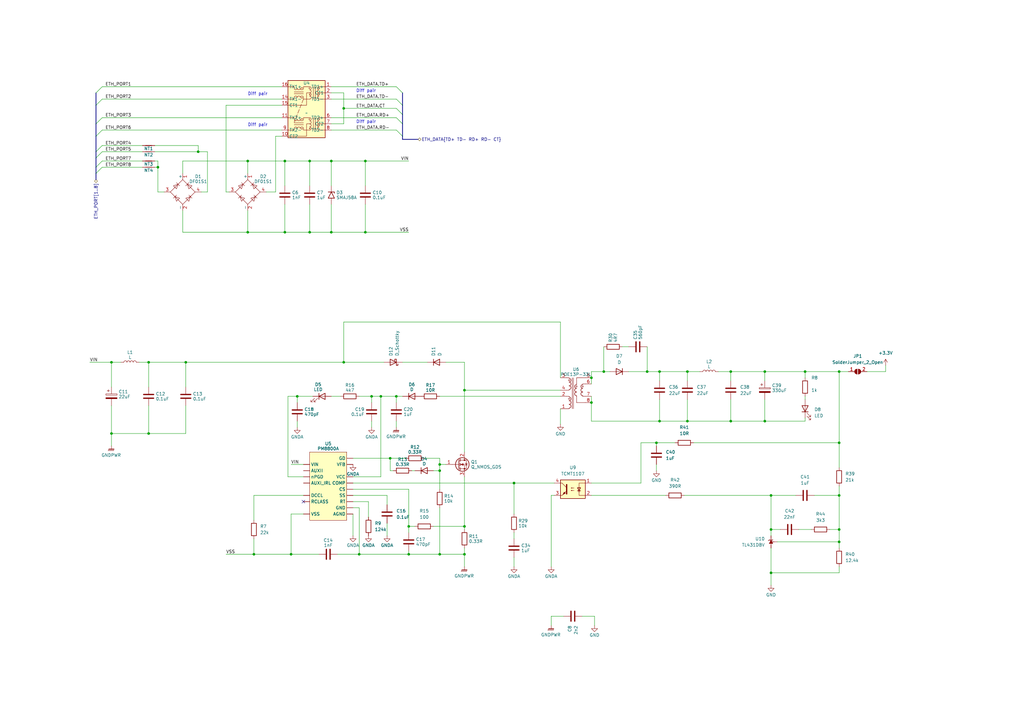
<source format=kicad_sch>
(kicad_sch (version 20230121) (generator eeschema)
  (paper "A3")
  (lib_symbols
    (symbol "Device:C" (pin_numbers hide) (pin_names (offset 0.254))
      (property "Reference" "C" (at 0.635 2.54 0))
      (property "Value" "C" (at 0.635 -2.54 0))
      (symbol "C_1_1"
        (pin passive line (at 0 3.81 270) (length 2.794) (name "~") (number "1"))
        (pin passive line (at 0 -3.81 90) (length 2.794) (name "~") (number "2"))
      )
    )
    (symbol "Device:C_Polarized" (pin_numbers hide) (pin_names (offset 0.254))
      (property "Reference" "C" (at 0.635 2.54 0))
      (property "Value" "C_Polarized" (at 0.635 -2.54 0))
      (symbol "C_Polarized_1_1"
        (pin passive line (at 0 3.81 270) (length 2.794) (name "~") (number "1"))
        (pin passive line (at 0 -3.81 90) (length 2.794) (name "~") (number "2"))
      )
    )
    (symbol "Device:D" (pin_numbers hide) (pin_names (offset 1.016) hide)
      (property "Reference" "D" (at 0 2.54 0))
      (property "Value" "D" (at 0 -2.54 0))
      (symbol "D_1_1"
        (pin passive line (at -3.81 0 0) (length 2.54) (name "K") (number "1"))
        (pin passive line (at 3.81 0 180) (length 2.54) (name "A") (number "2"))
      )
    )
    (symbol "Device:D_Schottky" (pin_numbers hide) (pin_names (offset 1.016) hide)
      (property "Reference" "D" (at 0 2.54 0))
      (property "Value" "D_Schottky" (at 0 -2.54 0))
      (symbol "D_Schottky_1_1"
        (pin passive line (at -3.81 0 0) (length 2.54) (name "K") (number "1"))
        (pin passive line (at 3.81 0 180) (length 2.54) (name "A") (number "2"))
      )
    )
    (symbol "Device:L" (pin_numbers hide) (pin_names (offset 1.016) hide)
      (property "Reference" "L" (at -1.27 0 90))
      (property "Value" "L" (at 1.905 0 90))
      (symbol "L_1_1"
        (pin passive line (at 0 3.81 270) (length 1.27) (name "1") (number "1"))
        (pin passive line (at 0 -3.81 90) (length 1.27) (name "2") (number "2"))
      )
    )
    (symbol "Device:LED" (pin_numbers hide) (pin_names (offset 1.016) hide)
      (property "Reference" "D" (at 0 2.54 0))
      (property "Value" "LED" (at 0 -2.54 0))
      (symbol "LED_1_1"
        (pin passive line (at -3.81 0 0) (length 2.54) (name "K") (number "1"))
        (pin passive line (at 3.81 0 180) (length 2.54) (name "A") (number "2"))
      )
    )
    (symbol "Device:NetTie_2" (pin_numbers hide) (pin_names (offset 0) hide) (in_bom no)
      (property "Reference" "NT" (at 0 1.27 0))
      (property "Value" "NetTie_2" (at 0 -1.27 0))
      (symbol "NetTie_2_1_1"
        (pin passive line (at -2.54 0 0) (length 2.54) (name "1") (number "1"))
        (pin passive line (at 2.54 0 180) (length 2.54) (name "2") (number "2"))
      )
    )
    (symbol "Device:Q_NMOS_GDS" (pin_names (offset 0) hide)
      (property "Reference" "Q" (at 5.08 1.27 0))
      (property "Value" "Q_NMOS_GDS" (at 5.08 -1.27 0))
      (symbol "Q_NMOS_GDS_1_1"
        (pin input line (at -5.08 0 0) (length 2.54) (name "G") (number "1"))
        (pin passive line (at 2.54 5.08 270) (length 2.54) (name "D") (number "2"))
        (pin passive line (at 2.54 -5.08 90) (length 2.54) (name "S") (number "3"))
      )
    )
    (symbol "Device:R" (pin_numbers hide) (pin_names (offset 0))
      (property "Reference" "R" (at 2.032 0 90))
      (property "Value" "R" (at 0 0 90))
      (symbol "R_1_1"
        (pin passive line (at 0 3.81 270) (length 1.27) (name "~") (number "1"))
        (pin passive line (at 0 -3.81 90) (length 1.27) (name "~") (number "2"))
      )
    )
    (symbol "Diode:SMAJ58A" (pin_numbers hide) (pin_names (offset 1.016) hide)
      (property "Reference" "D" (at 0 2.54 0))
      (property "Value" "SMAJ58A" (at 0 -2.54 0))
      (symbol "SMAJ58A_1_1"
        (pin passive line (at -3.81 0 0) (length 2.54) (name "A1") (number "1"))
        (pin passive line (at 3.81 0 180) (length 2.54) (name "A2") (number "2"))
      )
    )
    (symbol "Diode_Bridge:DF01S1" (pin_names (offset 0))
      (property "Reference" "D" (at 2.54 6.985 0))
      (property "Value" "DF01S1" (at 2.54 5.08 0))
      (symbol "DF01S1_1_1"
        (pin passive line (at 7.62 0 180) (length 2.54) (name "+") (number "1"))
        (pin passive line (at -7.62 0 0) (length 2.54) (name "-") (number "2"))
        (pin passive line (at 0 -7.62 90) (length 2.54) (name "~") (number "3"))
        (pin passive line (at 0 7.62 270) (length 2.54) (name "~") (number "4"))
      )
    )
    (symbol "Isolator:TCMT1107" (pin_names (offset 1.016))
      (property "Reference" "U" (at 0 5.08 0))
      (property "Value" "TCMT1107" (at 0 -5.08 0))
      (symbol "TCMT1107_1_1"
        (pin passive line (at -7.62 2.54 0) (length 2.54) (name "~") (number "1"))
        (pin passive line (at -7.62 -2.54 0) (length 2.54) (name "~") (number "2"))
        (pin passive line (at 7.62 -2.54 180) (length 2.54) (name "~") (number "3"))
        (pin passive line (at 7.62 2.54 180) (length 2.54) (name "~") (number "4"))
      )
    )
    (symbol "Jumper:SolderJumper_2_Open" (pin_names (offset 0) hide)
      (property "Reference" "JP" (at 0 2.032 0))
      (property "Value" "SolderJumper_2_Open" (at 0 -2.54 0))
      (symbol "SolderJumper_2_Open_1_1"
        (pin passive line (at -3.81 0 0) (length 2.54) (name "A") (number "1"))
        (pin passive line (at 3.81 0 180) (length 2.54) (name "B") (number "2"))
      )
    )
    (symbol "New_Library:PM8800A"
      (property "Reference" "U" (at -7.62 15.24 0))
      (property "Value" "PM8800A" (at -7.62 12.7 0))
      (symbol "PM8800A_1_1"
        (pin passive line (at 10.16 -15.24 180) (length 2.54) (name "AGND") (number ""))
        (pin passive line (at -10.16 2.54 0) (length 2.54) (name "AUXII") (number ""))
        (pin passive line (at -10.16 -2.54 0) (length 2.54) (name "AUXI_IRL") (number ""))
        (pin passive line (at 10.16 -2.54 180) (length 2.54) (name "COMP") (number ""))
        (pin passive line (at 10.16 -5.08 180) (length 2.54) (name "CS") (number ""))
        (pin passive line (at -10.16 -7.62 0) (length 2.54) (name "DCCL") (number ""))
        (pin passive line (at 10.16 7.62 180) (length 2.54) (name "GD") (number ""))
        (pin passive line (at 10.16 -12.7 180) (length 2.54) (name "GND") (number ""))
        (pin passive line (at -10.16 -10.16 0) (length 2.54) (name "RCLASS") (number ""))
        (pin passive line (at 10.16 -10.16 180) (length 2.54) (name "RT") (number ""))
        (pin passive line (at 10.16 -7.62 180) (length 2.54) (name "SS") (number ""))
        (pin passive line (at 10.16 0 180) (length 2.54) (name "VCC") (number ""))
        (pin passive line (at 10.16 5.08 180) (length 2.54) (name "VFB") (number ""))
        (pin passive line (at -10.16 5.08 0) (length 2.54) (name "VIN") (number ""))
        (pin passive line (at -10.16 -15.24 0) (length 2.54) (name "VSS") (number ""))
        (pin passive line (at -10.16 0 0) (length 2.54) (name "nPGD") (number ""))
      )
    )
    (symbol "New_Library:POE13P-33L"
      (property "Reference" "U" (at -2.54 10.16 0))
      (property "Value" "POE13P-33L" (at 2.54 7.62 0))
      (symbol "POE13P-33L_1_1"
        (pin passive line (at -5.08 -7.62 0) (length 2.54) (name "~") (number "1"))
        (pin passive line (at -5.08 -2.54 0) (length 2.54) (name "~") (number "2"))
        (pin passive line (at -5.08 5.08 0) (length 2.54) (name "~") (number "3"))
        (pin passive line (at -5.08 0 0) (length 2.54) (name "~") (number "4"))
        (pin passive line (at 7.62 5.08 180) (length 2.54) (name "~") (number "5"))
        (pin passive line (at 7.62 2.54 180) (length 2.54) (name "~") (number "6"))
        (pin passive line (at 7.62 -2.54 180) (length 2.54) (name "~") (number "7"))
        (pin passive line (at 7.62 -5.08 180) (length 2.54) (name "~") (number "8"))
      )
    )
    (symbol "New_Library:SM13126PEL"
      (property "Reference" "U" (at 0 -0.635 0))
      (symbol "SM13126PEL_1_1"
        (pin passive line (at -10.16 10.16 0) (length 2.54) (name "TD1+") (number "1"))
        (pin passive line (at 10.16 -10.16 180) (length 2.54) (name "CT2") (number "10"))
        (pin passive line (at 10.16 -2.54 180) (length 2.54) (name "TX2+") (number "11"))
        (pin passive line (at 10.16 5.08 180) (length 2.54) (name "TX1-") (number "14"))
        (pin passive line (at 10.16 2.54 180) (length 2.54) (name "CT1") (number "15"))
        (pin passive line (at 10.16 10.16 180) (length 2.54) (name "TX1+") (number "16"))
        (pin passive line (at -10.16 7.62 0) (length 2.54) (name "CT1") (number "2"))
        (pin passive line (at -10.16 5.08 0) (length 2.54) (name "TD1-") (number "3"))
        (pin passive line (at -10.16 -2.54 0) (length 2.54) (name "TD2+") (number "6"))
        (pin passive line (at -10.16 -5.08 0) (length 2.54) (name "CT2") (number "7"))
        (pin passive line (at -10.16 -7.62 0) (length 2.54) (name "TD2-") (number "8"))
        (pin passive line (at 10.16 -7.62 180) (length 2.54) (name "TX2-") (number "9"))
      )
    )
    (symbol "Reference_Voltage:TL431DBV" (pin_numbers hide) (pin_names hide)
      (property "Reference" "U" (at 0 -2.54 0))
      (property "Value" "TL431DBV" (at 0 -4.445 0))
      (symbol "TL431DBV_1_1"
        (pin passive line (at 2.54 0 180) (length 1.27) (name "K") (number "3"))
        (pin passive line (at 0 2.54 270) (length 2.54) (name "REF") (number "4"))
        (pin passive line (at -2.54 0 0) (length 1.27) (name "A") (number "5"))
      )
    )
    (symbol "power:+3.3V" (power) (pin_names (offset 0))
      (property "Value" "+3.3V" (at 0 3.556 0))
      (symbol "+3.3V_1_1"
        (pin power_in line (at 0 0 90) (length 0) hide (name "+3.3V") (number "1"))
      )
    )
    (symbol "power:GND" (power) (pin_names (offset 0))
      (property "Value" "GND" (at 0 -3.81 0))
      (symbol "GND_1_1"
        (pin power_in line (at 0 0 270) (length 0) hide (name "GND") (number "1"))
      )
    )
    (symbol "power:GNDA" (power) (pin_names (offset 0))
      (property "Value" "GNDA" (at 0 -3.81 0))
      (symbol "GNDA_1_1"
        (pin power_in line (at 0 0 270) (length 0) hide (name "GNDA") (number "1"))
      )
    )
    (symbol "power:GNDPWR" (power) (pin_names (offset 0))
      (property "Value" "GNDPWR" (at 0 -3.302 0))
      (symbol "GNDPWR_1_1"
        (pin power_in line (at 0 0 270) (length 0) hide (name "GNDPWR") (number "1"))
      )
    )
  )
  (junction (at 45.72 177.8))
  (junction (at 81.28 62.23))
  (junction (at 180.34 227.33))
  (junction (at 330.2 152.4))
  (junction (at 160.02 187.96))
  (junction (at 127 95.25))
  (junction (at 190.5 160.02))
  (junction (at 147.32 227.33))
  (junction (at 316.23 203.2))
  (junction (at 190.5 215.9))
  (junction (at 299.72 152.4))
  (junction (at 344.17 181.61))
  (junction (at 140.97 148.59))
  (junction (at 104.14 227.33))
  (junction (at 162.56 162.56))
  (junction (at 135.89 95.25))
  (junction (at 116.84 95.25))
  (junction (at 101.6 95.25))
  (junction (at 344.17 222.25))
  (junction (at 210.82 198.12))
  (junction (at 156.21 162.56))
  (junction (at 135.89 66.04))
  (junction (at 121.92 162.56))
  (junction (at 265.43 152.4))
  (junction (at 313.69 172.72))
  (junction (at 316.23 217.17))
  (junction (at 60.96 148.59))
  (junction (at 344.17 203.2))
  (junction (at 270.51 172.72))
  (junction (at 313.69 152.4))
  (junction (at 127 66.04))
  (junction (at 45.72 148.59))
  (junction (at 242.57 154.94))
  (junction (at 76.2 148.59))
  (junction (at 180.34 190.5))
  (junction (at 149.86 95.25))
  (junction (at 281.94 152.4))
  (junction (at 119.38 227.33))
  (junction (at 116.84 66.04))
  (junction (at 101.6 66.04))
  (junction (at 167.64 215.9))
  (junction (at 269.24 181.61))
  (junction (at 64.77 68.58))
  (junction (at 281.94 172.72))
  (junction (at 344.17 152.4))
  (junction (at 242.57 165.1))
  (junction (at 270.51 152.4))
  (junction (at 180.34 193.04))
  (junction (at 316.23 234.95))
  (junction (at 167.64 227.33))
  (junction (at 140.97 44.45))
  (junction (at 344.17 217.17))
  (junction (at 299.72 172.72))
  (junction (at 149.86 66.04))
  (junction (at 247.65 152.4))
  (junction (at 60.96 177.8))
  (junction (at 152.4 162.56))
  (junction (at 190.5 227.33))
  (no_connect (at 124.46 205.74))
  (bus_entry (at 162.56 44.45) (size 2.54 2.54))
  (bus_entry (at 162.56 53.34) (size 2.54 2.54))
  (bus_entry (at 41.91 68.58) (size -2.54 2.54))
  (bus_entry (at 162.56 48.26) (size 2.54 2.54))
  (bus_entry (at 41.91 66.04) (size -2.54 2.54))
  (bus_entry (at 41.91 40.64) (size -2.54 2.54))
  (bus_entry (at 162.56 35.56) (size 2.54 2.54))
  (bus_entry (at 41.91 35.56) (size -2.54 2.54))
  (bus_entry (at 41.91 53.34) (size -2.54 2.54))
  (bus_entry (at 162.56 40.64) (size 2.54 2.54))
  (bus_entry (at 41.91 59.69) (size -2.54 2.54))
  (bus_entry (at 41.91 62.23) (size -2.54 2.54))
  (bus_entry (at 41.91 48.26) (size -2.54 2.54))
  (wire (pts (xy 41.91 40.64) (xy 115.57 40.64)))
  (wire (pts (xy 101.6 95.25) (xy 116.84 95.25)))
  (wire (pts (xy 182.88 148.59) (xy 190.5 148.59)))
  (wire (pts (xy 281.94 163.83) (xy 281.94 172.72)))
  (wire (pts (xy 242.57 162.56) (xy 242.57 165.1)))
  (wire (pts (xy 152.4 162.56) (xy 156.21 162.56)))
  (wire (pts (xy 149.86 95.25) (xy 167.64 95.25)))
  (wire (pts (xy 41.91 53.34) (xy 115.57 53.34)))
  (wire (pts (xy 299.72 152.4) (xy 294.64 152.4)))
  (wire (pts (xy 190.5 160.02) (xy 190.5 185.42)))
  (wire (pts (xy 262.89 198.12) (xy 262.89 181.61)))
  (wire (pts (xy 363.22 149.86) (xy 363.22 152.4)))
  (wire (pts (xy 247.65 152.4) (xy 250.19 152.4)))
  (wire (pts (xy 41.91 62.23) (xy 58.42 62.23)))
  (wire (pts (xy 113.03 55.88) (xy 113.03 78.74)))
  (wire (pts (xy 210.82 198.12) (xy 210.82 210.82)))
  (wire (pts (xy 139.7 162.56) (xy 135.89 162.56)))
  (wire (pts (xy 344.17 203.2) (xy 344.17 217.17)))
  (wire (pts (xy 74.93 86.36) (xy 74.93 95.25)))
  (wire (pts (xy 247.65 142.24) (xy 247.65 152.4)))
  (wire (pts (xy 166.37 187.96) (xy 160.02 187.96)))
  (wire (pts (xy 180.34 208.28) (xy 180.34 227.33)))
  (wire (pts (xy 269.24 193.04) (xy 269.24 190.5)))
  (wire (pts (xy 229.87 132.08) (xy 229.87 154.94)))
  (wire (pts (xy 85.09 62.23) (xy 85.09 78.74)))
  (wire (pts (xy 45.72 158.75) (xy 45.72 148.59)))
  (wire (pts (xy 316.23 203.2) (xy 326.39 203.2)))
  (wire (pts (xy 210.82 228.6) (xy 210.82 232.41)))
  (wire (pts (xy 167.64 215.9) (xy 167.64 200.66)))
  (wire (pts (xy 57.15 148.59) (xy 60.96 148.59)))
  (wire (pts (xy 344.17 232.41) (xy 344.17 234.95)))
  (wire (pts (xy 76.2 166.37) (xy 76.2 177.8)))
  (wire (pts (xy 265.43 142.24) (xy 265.43 152.4)))
  (bus (pts (xy 39.37 73.66) (xy 39.37 71.12)))
  (bus (pts (xy 165.1 50.8) (xy 165.1 55.88)))
  (wire (pts (xy 116.84 83.82) (xy 116.84 95.25)))
  (wire (pts (xy 158.75 203.2) (xy 158.75 207.01)))
  (wire (pts (xy 316.23 203.2) (xy 316.23 217.17)))
  (wire (pts (xy 180.34 187.96) (xy 173.99 187.96)))
  (wire (pts (xy 144.78 187.96) (xy 160.02 187.96)))
  (wire (pts (xy 124.46 203.2) (xy 104.14 203.2)))
  (wire (pts (xy 180.34 190.5) (xy 180.34 187.96)))
  (wire (pts (xy 135.89 66.04) (xy 135.89 76.2)))
  (bus (pts (xy 165.1 57.15) (xy 171.45 57.15)))
  (wire (pts (xy 270.51 172.72) (xy 281.94 172.72)))
  (wire (pts (xy 41.91 68.58) (xy 58.42 68.58)))
  (wire (pts (xy 151.13 205.74) (xy 151.13 212.09)))
  (wire (pts (xy 60.96 148.59) (xy 76.2 148.59)))
  (wire (pts (xy 135.89 53.34) (xy 162.56 53.34)))
  (wire (pts (xy 64.77 68.58) (xy 64.77 66.04)))
  (wire (pts (xy 340.36 217.17) (xy 344.17 217.17)))
  (wire (pts (xy 135.89 40.64) (xy 162.56 40.64)))
  (wire (pts (xy 330.2 152.4) (xy 330.2 154.94)))
  (wire (pts (xy 119.38 190.5) (xy 124.46 190.5)))
  (wire (pts (xy 127 83.82) (xy 127 95.25)))
  (bus (pts (xy 165.1 46.99) (xy 165.1 50.8)))
  (wire (pts (xy 190.5 232.41) (xy 190.5 227.33)))
  (wire (pts (xy 160.02 193.04) (xy 161.29 193.04)))
  (wire (pts (xy 167.64 200.66) (xy 144.78 200.66)))
  (wire (pts (xy 140.97 44.45) (xy 162.56 44.45)))
  (wire (pts (xy 135.89 48.26) (xy 162.56 48.26)))
  (wire (pts (xy 128.27 162.56) (xy 121.92 162.56)))
  (wire (pts (xy 330.2 152.4) (xy 344.17 152.4)))
  (wire (pts (xy 135.89 83.82) (xy 135.89 95.25)))
  (wire (pts (xy 190.5 148.59) (xy 190.5 160.02)))
  (wire (pts (xy 63.5 68.58) (xy 64.77 68.58)))
  (wire (pts (xy 156.21 162.56) (xy 156.21 195.58)))
  (wire (pts (xy 190.5 224.79) (xy 190.5 227.33)))
  (wire (pts (xy 180.34 162.56) (xy 229.87 162.56)))
  (wire (pts (xy 116.84 95.25) (xy 127 95.25)))
  (wire (pts (xy 226.06 203.2) (xy 227.33 203.2)))
  (bus (pts (xy 165.1 43.18) (xy 165.1 46.99)))
  (wire (pts (xy 140.97 44.45) (xy 140.97 50.8)))
  (wire (pts (xy 242.57 152.4) (xy 247.65 152.4)))
  (wire (pts (xy 316.23 224.79) (xy 316.23 234.95)))
  (wire (pts (xy 144.78 203.2) (xy 158.75 203.2)))
  (wire (pts (xy 226.06 252.73) (xy 231.14 252.73)))
  (wire (pts (xy 327.66 217.17) (xy 332.74 217.17)))
  (wire (pts (xy 242.57 154.94) (xy 242.57 157.48)))
  (wire (pts (xy 121.92 162.56) (xy 121.92 165.1)))
  (wire (pts (xy 144.78 208.28) (xy 147.32 208.28)))
  (wire (pts (xy 76.2 148.59) (xy 140.97 148.59)))
  (wire (pts (xy 101.6 86.36) (xy 101.6 95.25)))
  (wire (pts (xy 144.78 205.74) (xy 151.13 205.74)))
  (wire (pts (xy 180.34 193.04) (xy 180.34 200.66)))
  (wire (pts (xy 313.69 152.4) (xy 299.72 152.4)))
  (wire (pts (xy 318.77 222.25) (xy 344.17 222.25)))
  (wire (pts (xy 243.84 252.73) (xy 238.76 252.73)))
  (wire (pts (xy 127 66.04) (xy 127 76.2)))
  (wire (pts (xy 64.77 78.74) (xy 67.31 78.74)))
  (wire (pts (xy 167.64 227.33) (xy 180.34 227.33)))
  (wire (pts (xy 144.78 210.82) (xy 144.78 219.71)))
  (wire (pts (xy 210.82 198.12) (xy 227.33 198.12)))
  (bus (pts (xy 39.37 43.18) (xy 39.37 50.8)))
  (wire (pts (xy 165.1 148.59) (xy 175.26 148.59)))
  (wire (pts (xy 147.32 208.28) (xy 147.32 227.33)))
  (wire (pts (xy 229.87 160.02) (xy 190.5 160.02)))
  (wire (pts (xy 226.06 203.2) (xy 226.06 232.41)))
  (wire (pts (xy 313.69 152.4) (xy 313.69 156.21)))
  (wire (pts (xy 162.56 172.72) (xy 162.56 175.26)))
  (wire (pts (xy 149.86 83.82) (xy 149.86 95.25)))
  (bus (pts (xy 165.1 38.1) (xy 165.1 43.18)))
  (wire (pts (xy 156.21 162.56) (xy 162.56 162.56)))
  (wire (pts (xy 63.5 59.69) (xy 81.28 59.69)))
  (bus (pts (xy 39.37 68.58) (xy 39.37 71.12)))
  (wire (pts (xy 144.78 198.12) (xy 210.82 198.12)))
  (wire (pts (xy 160.02 187.96) (xy 160.02 193.04)))
  (bus (pts (xy 165.1 55.88) (xy 165.1 57.15)))
  (wire (pts (xy 281.94 152.4) (xy 270.51 152.4)))
  (wire (pts (xy 135.89 66.04) (xy 149.86 66.04)))
  (wire (pts (xy 92.71 227.33) (xy 104.14 227.33)))
  (wire (pts (xy 63.5 66.04) (xy 64.77 66.04)))
  (wire (pts (xy 140.97 132.08) (xy 229.87 132.08)))
  (wire (pts (xy 152.4 175.26) (xy 152.4 172.72)))
  (wire (pts (xy 93.98 78.74) (xy 92.71 78.74)))
  (wire (pts (xy 76.2 148.59) (xy 76.2 158.75)))
  (bus (pts (xy 39.37 64.77) (xy 39.37 62.23)))
  (wire (pts (xy 281.94 152.4) (xy 281.94 156.21)))
  (wire (pts (xy 152.4 162.56) (xy 152.4 165.1)))
  (wire (pts (xy 92.71 43.18) (xy 115.57 43.18)))
  (wire (pts (xy 299.72 172.72) (xy 281.94 172.72)))
  (wire (pts (xy 41.91 48.26) (xy 115.57 48.26)))
  (wire (pts (xy 101.6 66.04) (xy 101.6 71.12)))
  (wire (pts (xy 313.69 152.4) (xy 330.2 152.4)))
  (wire (pts (xy 344.17 152.4) (xy 347.98 152.4)))
  (wire (pts (xy 210.82 218.44) (xy 210.82 220.98)))
  (wire (pts (xy 124.46 210.82) (xy 119.38 210.82)))
  (wire (pts (xy 60.96 166.37) (xy 60.96 177.8)))
  (wire (pts (xy 92.71 78.74) (xy 92.71 43.18)))
  (wire (pts (xy 344.17 222.25) (xy 344.17 224.79)))
  (wire (pts (xy 242.57 203.2) (xy 273.05 203.2)))
  (wire (pts (xy 334.01 203.2) (xy 344.17 203.2)))
  (wire (pts (xy 313.69 163.83) (xy 313.69 172.72)))
  (wire (pts (xy 242.57 152.4) (xy 242.57 154.94)))
  (wire (pts (xy 243.84 252.73) (xy 243.84 256.54)))
  (wire (pts (xy 355.6 152.4) (xy 363.22 152.4)))
  (wire (pts (xy 281.94 152.4) (xy 287.02 152.4)))
  (wire (pts (xy 255.27 142.24) (xy 257.81 142.24)))
  (wire (pts (xy 127 66.04) (xy 135.89 66.04)))
  (bus (pts (xy 39.37 55.88) (xy 39.37 50.8)))
  (wire (pts (xy 119.38 227.33) (xy 130.81 227.33)))
  (wire (pts (xy 119.38 210.82) (xy 119.38 227.33)))
  (wire (pts (xy 45.72 177.8) (xy 45.72 182.88)))
  (wire (pts (xy 299.72 152.4) (xy 299.72 156.21)))
  (wire (pts (xy 41.91 66.04) (xy 58.42 66.04)))
  (wire (pts (xy 167.64 226.06) (xy 167.64 227.33)))
  (wire (pts (xy 63.5 62.23) (xy 81.28 62.23)))
  (wire (pts (xy 45.72 148.59) (xy 49.53 148.59)))
  (wire (pts (xy 262.89 181.61) (xy 269.24 181.61)))
  (wire (pts (xy 170.18 215.9) (xy 167.64 215.9)))
  (wire (pts (xy 45.72 177.8) (xy 60.96 177.8)))
  (wire (pts (xy 168.91 193.04) (xy 170.18 193.04)))
  (wire (pts (xy 74.93 66.04) (xy 101.6 66.04)))
  (wire (pts (xy 36.83 148.59) (xy 45.72 148.59)))
  (wire (pts (xy 177.8 215.9) (xy 190.5 215.9)))
  (wire (pts (xy 330.2 163.83) (xy 330.2 162.56)))
  (wire (pts (xy 344.17 199.39) (xy 344.17 203.2)))
  (wire (pts (xy 180.34 193.04) (xy 180.34 190.5)))
  (wire (pts (xy 270.51 152.4) (xy 270.51 156.21)))
  (wire (pts (xy 299.72 163.83) (xy 299.72 172.72)))
  (wire (pts (xy 284.48 181.61) (xy 344.17 181.61)))
  (wire (pts (xy 242.57 172.72) (xy 270.51 172.72)))
  (wire (pts (xy 60.96 148.59) (xy 60.96 158.75)))
  (wire (pts (xy 140.97 38.1) (xy 140.97 44.45)))
  (wire (pts (xy 144.78 195.58) (xy 156.21 195.58)))
  (wire (pts (xy 190.5 215.9) (xy 190.5 217.17)))
  (wire (pts (xy 229.87 167.64) (xy 229.87 173.99)))
  (wire (pts (xy 81.28 62.23) (xy 81.28 59.69)))
  (wire (pts (xy 147.32 227.33) (xy 167.64 227.33)))
  (wire (pts (xy 118.11 162.56) (xy 121.92 162.56)))
  (wire (pts (xy 162.56 162.56) (xy 162.56 165.1)))
  (wire (pts (xy 135.89 38.1) (xy 140.97 38.1)))
  (wire (pts (xy 74.93 95.25) (xy 101.6 95.25)))
  (wire (pts (xy 149.86 66.04) (xy 167.64 66.04)))
  (wire (pts (xy 316.23 234.95) (xy 344.17 234.95)))
  (wire (pts (xy 104.14 203.2) (xy 104.14 213.36)))
  (wire (pts (xy 116.84 66.04) (xy 127 66.04)))
  (wire (pts (xy 182.88 190.5) (xy 180.34 190.5)))
  (wire (pts (xy 226.06 252.73) (xy 226.06 256.54)))
  (wire (pts (xy 149.86 66.04) (xy 149.86 76.2)))
  (wire (pts (xy 330.2 171.45) (xy 330.2 172.72)))
  (wire (pts (xy 242.57 198.12) (xy 262.89 198.12)))
  (wire (pts (xy 165.1 162.56) (xy 162.56 162.56)))
  (wire (pts (xy 270.51 163.83) (xy 270.51 172.72)))
  (wire (pts (xy 269.24 182.88) (xy 269.24 181.61)))
  (wire (pts (xy 138.43 227.33) (xy 147.32 227.33)))
  (wire (pts (xy 82.55 78.74) (xy 85.09 78.74)))
  (wire (pts (xy 140.97 148.59) (xy 157.48 148.59)))
  (wire (pts (xy 41.91 59.69) (xy 58.42 59.69)))
  (wire (pts (xy 280.67 203.2) (xy 316.23 203.2)))
  (wire (pts (xy 270.51 152.4) (xy 265.43 152.4)))
  (wire (pts (xy 104.14 227.33) (xy 119.38 227.33)))
  (wire (pts (xy 190.5 195.58) (xy 190.5 215.9)))
  (bus (pts (xy 39.37 62.23) (xy 39.37 55.88)))
  (wire (pts (xy 316.23 234.95) (xy 316.23 240.03)))
  (wire (pts (xy 140.97 50.8) (xy 135.89 50.8)))
  (wire (pts (xy 45.72 166.37) (xy 45.72 177.8)))
  (wire (pts (xy 177.8 193.04) (xy 180.34 193.04)))
  (wire (pts (xy 344.17 181.61) (xy 344.17 191.77)))
  (wire (pts (xy 118.11 162.56) (xy 118.11 195.58)))
  (wire (pts (xy 180.34 227.33) (xy 190.5 227.33)))
  (wire (pts (xy 313.69 172.72) (xy 299.72 172.72)))
  (wire (pts (xy 74.93 71.12) (xy 74.93 66.04)))
  (wire (pts (xy 127 95.25) (xy 135.89 95.25)))
  (wire (pts (xy 140.97 132.08) (xy 140.97 148.59)))
  (wire (pts (xy 344.17 217.17) (xy 344.17 222.25)))
  (wire (pts (xy 158.75 214.63) (xy 158.75 219.71)))
  (wire (pts (xy 121.92 172.72) (xy 121.92 175.26)))
  (wire (pts (xy 85.09 62.23) (xy 81.28 62.23)))
  (wire (pts (xy 316.23 217.17) (xy 316.23 219.71)))
  (wire (pts (xy 41.91 35.56) (xy 115.57 35.56)))
  (wire (pts (xy 167.64 215.9) (xy 167.64 218.44)))
  (wire (pts (xy 135.89 95.25) (xy 149.86 95.25)))
  (bus (pts (xy 39.37 64.77) (xy 39.37 68.58)))
  (wire (pts (xy 313.69 172.72) (xy 330.2 172.72)))
  (wire (pts (xy 116.84 66.04) (xy 116.84 76.2)))
  (wire (pts (xy 109.22 78.74) (xy 113.03 78.74)))
  (wire (pts (xy 147.32 162.56) (xy 152.4 162.56)))
  (wire (pts (xy 118.11 195.58) (xy 124.46 195.58)))
  (wire (pts (xy 60.96 177.8) (xy 76.2 177.8)))
  (wire (pts (xy 104.14 220.98) (xy 104.14 227.33)))
  (wire (pts (xy 344.17 152.4) (xy 344.17 181.61)))
  (wire (pts (xy 135.89 35.56) (xy 162.56 35.56)))
  (wire (pts (xy 316.23 217.17) (xy 320.04 217.17)))
  (wire (pts (xy 257.81 152.4) (xy 265.43 152.4)))
  (wire (pts (xy 101.6 66.04) (xy 116.84 66.04)))
  (wire (pts (xy 242.57 172.72) (xy 242.57 165.1)))
  (wire (pts (xy 113.03 55.88) (xy 115.57 55.88)))
  (bus (pts (xy 39.37 38.1) (xy 39.37 43.18)))
  (wire (pts (xy 64.77 68.58) (xy 64.77 78.74)))
  (wire (pts (xy 269.24 181.61) (xy 276.86 181.61)))
  (text "Diff pair" (at 146.05 50.8 0) (effects (font (size 1.27 1.27)) (justify left bottom)))
  (text "Diff pair" (at 101.6 39.37 0) (effects (font (size 1.27 1.27)) (justify left bottom)))
  (text "Diff pair" (at 146.05 38.1 0) (effects (font (size 1.27 1.27)) (justify left bottom)))
  (text "Diff pair" (at 101.6 52.07 0) (effects (font (size 1.27 1.27)) (justify left bottom)))
  (label "ETH_PORT4" (at 43.18 59.69 0))
  (label "ETH_PORT2" (at 43.18 40.64 0))
  (label "ETH_DATA.TD-" (at 146.05 40.64 0))
  (label "ETH_DATA.RD-" (at 146.05 53.34 0))
  (label "ETH_DATA.RD+" (at 146.05 48.26 0))
  (label "ETH_PORT3" (at 43.18 48.26 0))
  (label "ETH_PORT8" (at 43.18 68.58 0))
  (label "ETH_PORT7" (at 43.18 66.04 0))
  (label "ETH_PORT5" (at 43.18 62.23 0))
  (label "ETH_PORT6" (at 43.18 53.34 0))
  (label "ETH_DATA.TD+" (at 146.05 35.56 0))
  (label "ETH_PORT1" (at 43.18 35.56 0))
  (label "VIN" (at 119.38 190.5 0))
  (label "ETH_DATA.CT" (at 146.05 44.45 0))
  (label "VSS" (at 167.64 95.25 180))
  (label "VSS" (at 92.71 227.33 0))
  (label "VIN" (at 36.83 148.59 0))
  (label "VIN" (at 167.64 66.04 180))
  (hierarchical_label "ETH_PORT[1..8]" (shape bidirectional) (at 39.37 73.66 270))
  (hierarchical_label "ETH_DATA{TD+ TD- RD+ RD- CT}" (shape bidirectional) (at 171.45 57.15 0))
  (symbol (lib_id "Device:D") (at 179.07 148.59 0) (unit 1)
    (property "Reference" "D11" (at 177.8 146.05 90) (effects (justify left)))
    (property "Value" "D" (at 180.34 146.05 90) (effects (justify left)))
    (property "Sim.Device" "D" (effects hide))
    (property "Sim.Pins" "1=K 2=A" (effects hide))
  )
  (symbol (lib_id "power:GND") (at 316.23 240.03 0) (unit 1)
    (property "Reference" "#PWR042" (effects hide))
    (property "Value" "GND" (at 316.23 243.975 0))
  )
  (symbol (lib_id "Device:R") (at 151.13 215.9 180) (unit 1)
    (property "Reference" "R9" (at 153.67 214.63 0) (effects (justify right)))
    (property "Value" "124k" (at 153.67 217.17 0) (effects (justify right)))
  )
  (symbol (lib_id "Device:R") (at 344.17 228.6 0) (unit 1)
    (property "Reference" "R40" (at 346.71 227.33 0) (effects (justify left)))
    (property "Value" "12.4k" (at 346.71 229.87 0) (effects (justify left)))
  )
  (symbol (lib_id "Device:R") (at 280.67 181.61 90) (unit 1)
    (property "Reference" "R41" (at 280.67 175.26 90))
    (property "Value" "10R" (at 280.67 177.8 90))
  )
  (symbol (lib_id "power:GNDPWR") (at 162.56 175.26 0) (unit 1)
    (property "Reference" "#PWR015" (effects hide))
    (property "Value" "GNDPWR" (at 162.433 179.07 0))
  )
  (symbol (lib_id "Device:C") (at 152.4 168.91 0) (mirror y) (unit 1)
    (property "Reference" "C19" (at 149.479 167.886 0) (effects (justify left)))
    (property "Value" "0.1uF" (at 149.479 169.934 0) (effects (justify left)))
  )
  (symbol (lib_id "power:GND") (at 269.24 193.04 0) (unit 1)
    (property "Reference" "#PWR043" (effects hide))
    (property "Value" "GND" (at 269.24 196.985 0))
  )
  (symbol (lib_id "power:GND") (at 243.84 256.54 0) (unit 1)
    (property "Reference" "#PWR046" (effects hide))
    (property "Value" "GND" (at 243.84 260.485 0))
  )
  (symbol (lib_id "Device:R") (at 180.34 204.47 180) (unit 1)
    (property "Reference" "R14" (at 182.118 203.446 0) (effects (justify right)))
    (property "Value" "10k" (at 182.118 205.494 0) (effects (justify right)))
  )
  (symbol (lib_id "Diode:SMAJ58A") (at 135.89 80.01 270) (unit 1)
    (property "Reference" "D3" (at 137.922 78.986 90) (effects (justify left)))
    (property "Value" "SMAJ58A" (at 137.922 81.034 90) (effects (justify left)))
    (property "Footprint" "Diode_SMD:D_SMA" (effects hide))
    (property "Datasheet" "https://www.littelfuse.com/media?resourcetype=datasheets&itemid=75e32973-b177-4ee3-a0ff-cedaf1abdb93&filename=smaj-datasheet" (effects hide))
  )
  (symbol (lib_id "Device:R") (at 210.82 214.63 180) (unit 1)
    (property "Reference" "R29" (at 212.598 213.606 0) (effects (justify right)))
    (property "Value" "10k" (at 212.598 215.654 0) (effects (justify right)))
  )
  (symbol (lib_id "Device:C") (at 269.24 186.69 180) (unit 1)
    (property "Reference" "C40" (at 273.05 185.42 0) (effects (justify right)))
    (property "Value" "1uF" (at 273.05 187.96 0) (effects (justify right)))
  )
  (symbol (lib_id "Device:LED") (at 330.2 167.64 90) (unit 1)
    (property "Reference" "D8" (at 334.01 167.9575 90) (effects (justify right)))
    (property "Value" "LED" (at 334.01 170.4975 90) (effects (justify right)))
  )
  (symbol (lib_id "Device:C_Polarized") (at 313.69 160.02 0) (unit 1)
    (property "Reference" "C39" (at 316.611 158.107 0) (effects (justify left)))
    (property "Value" "330uF" (at 316.611 160.155 0) (effects (justify left)))
  )
  (symbol (lib_id "Device:L") (at 53.34 148.59 90) (unit 1)
    (property "Reference" "L1" (at 53.34 144.5047 90))
    (property "Value" "L" (at 53.34 146.5527 90))
  )
  (symbol (lib_id "Isolator:TCMT1107") (at 234.95 200.66 0) (mirror y) (unit 1)
    (property "Reference" "U9" (at 234.95 191.77 0))
    (property "Value" "TCMT1107" (at 234.95 194.31 0))
    (property "Footprint" "Package_SO:SOP-4_4.4x2.6mm_P1.27mm" (effects hide))
    (property "Datasheet" "http://www.vishay.com/docs/83510/tcmt1100.pdf" (effects hide))
  )
  (symbol (lib_id "Device:C") (at 127 80.01 0) (unit 1)
    (property "Reference" "C7" (at 129.921 78.986 0) (effects (justify left)))
    (property "Value" "1uF" (at 129.921 81.034 0) (effects (justify left)))
  )
  (symbol (lib_id "Device:R") (at 173.99 215.9 270) (unit 1)
    (property "Reference" "R15" (at 173.99 209.55 90))
    (property "Value" "100" (at 173.99 212.09 90))
  )
  (symbol (lib_id "Device:Q_NMOS_GDS") (at 187.96 190.5 0) (unit 1)
    (property "Reference" "Q1" (at 193.167 189.476 0) (effects (justify left)))
    (property "Value" "Q_NMOS_GDS" (at 193.167 191.524 0) (effects (justify left)))
  )
  (symbol (lib_id "Device:C") (at 261.62 142.24 90) (unit 1)
    (property "Reference" "C35" (at 260.596 139.319 0) (effects (justify left)))
    (property "Value" "560pF" (at 262.644 139.319 0) (effects (justify left)))
  )
  (symbol (lib_id "power:GNDA") (at 210.82 232.41 0) (unit 1)
    (property "Reference" "#PWR038" (effects hide))
    (property "Value" "GNDA" (at 210.82 236.355 0))
  )
  (symbol (lib_id "Device:C") (at 323.85 217.17 270) (unit 1)
    (property "Reference" "C42" (at 323.85 209.55 90))
    (property "Value" "22nF" (at 323.85 212.09 90))
  )
  (symbol (lib_id "New_Library:POE13P-33L") (at 234.95 160.02 0) (unit 1)
    (property "Reference" "U6" (at 236.22 151.487 0))
    (property "Value" "POE13P-33L" (at 236.22 153.535 0))
  )
  (symbol (lib_id "Jumper:SolderJumper_2_Open") (at 351.79 152.4 0) (unit 1)
    (property "Reference" "JP1" (at 351.79 146.05 0))
    (property "Value" "SolderJumper_2_Open" (at 351.79 148.59 0))
  )
  (symbol (lib_id "Device:R") (at 165.1 193.04 270) (unit 1)
    (property "Reference" "R13" (at 165.1 188.444 90))
    (property "Value" "0.33R" (at 165.1 190.492 90))
  )
  (symbol (lib_id "Device:D") (at 254 152.4 180) (unit 1)
    (property "Reference" "D7" (at 254 146.05 0))
    (property "Value" "D" (at 254 148.59 0))
    (property "Sim.Device" "D" (effects hide))
    (property "Sim.Pins" "1=K 2=A" (effects hide))
  )
  (symbol (lib_id "Device:C") (at 270.51 160.02 180) (unit 1)
    (property "Reference" "C36" (at 274.32 158.75 0) (effects (justify right)))
    (property "Value" "22uF" (at 274.32 161.29 0) (effects (justify right)))
  )
  (symbol (lib_id "Device:R") (at 330.2 158.75 0) (unit 1)
    (property "Reference" "R8" (at 332.74 154.94 0) (effects (justify left)))
    (property "Value" "1k" (at 332.74 160.02 0) (effects (justify left)))
  )
  (symbol (lib_id "Device:C") (at 299.72 160.02 180) (unit 1)
    (property "Reference" "C38" (at 303.53 158.75 0) (effects (justify right)))
    (property "Value" "22uF" (at 303.53 161.29 0) (effects (justify right)))
  )
  (symbol (lib_id "Device:R") (at 336.55 217.17 90) (unit 1)
    (property "Reference" "R44" (at 336.55 210.82 90))
    (property "Value" "3k3" (at 336.55 213.36 90))
  )
  (symbol (lib_id "power:GNDA") (at 151.13 219.71 0) (unit 1)
    (property "Reference" "#PWR010" (effects hide))
    (property "Value" "GNDA" (at 151.13 223.655 0))
  )
  (symbol (lib_id "power:GNDA") (at 144.78 219.71 0) (unit 1)
    (property "Reference" "#PWR025" (effects hide))
    (property "Value" "GNDA" (at 144.78 223.655 0))
  )
  (symbol (lib_id "Device:C") (at 158.75 210.82 0) (unit 1)
    (property "Reference" "C16" (at 162.56 209.55 0) (effects (justify left)))
    (property "Value" "0.1uF" (at 162.56 212.09 0) (effects (justify left)))
  )
  (symbol (lib_id "Device:C") (at 234.95 252.73 90) (mirror x) (unit 1)
    (property "Reference" "C8" (at 233.68 256.54 0) (effects (justify left)))
    (property "Value" "2n2" (at 236.22 256.54 0) (effects (justify left)))
  )
  (symbol (lib_id "power:GNDA") (at 158.75 219.71 0) (unit 1)
    (property "Reference" "#PWR011" (effects hide))
    (property "Value" "GNDA" (at 158.75 223.655 0))
  )
  (symbol (lib_id "Device:D_Schottky") (at 161.29 148.59 180) (unit 1)
    (property "Reference" "D12" (at 160.3375 146.05 90) (effects (justify right)))
    (property "Value" "D_Schottky" (at 162.8775 146.05 90) (effects (justify right)))
  )
  (symbol (lib_id "power:GND") (at 229.87 173.99 0) (unit 1)
    (property "Reference" "#PWR014" (effects hide))
    (property "Value" "GND" (at 229.87 177.935 0))
  )
  (symbol (lib_id "Device:C") (at 167.64 222.25 0) (unit 1)
    (property "Reference" "C17" (at 170.561 221.226 0) (effects (justify left)))
    (property "Value" "470pF" (at 170.561 223.274 0) (effects (justify left)))
  )
  (symbol (lib_id "Device:C") (at 60.96 162.56 0) (unit 1)
    (property "Reference" "C12" (at 63.881 161.536 0) (effects (justify left)))
    (property "Value" "0.1uF" (at 63.881 163.584 0) (effects (justify left)))
  )
  (symbol (lib_id "Device:R") (at 251.46 142.24 270) (unit 1)
    (property "Reference" "R30" (at 250.436 140.462 0) (effects (justify right)))
    (property "Value" "4R7" (at 252.484 140.462 0) (effects (justify right)))
    (property "Footprint" "Resistor_SMD:R_1206_3216Metric" (effects hide))
  )
  (symbol (lib_id "Device:R") (at 190.5 220.98 180) (unit 1)
    (property "Reference" "R11" (at 192.278 219.956 0) (effects (justify right)))
    (property "Value" "0.33R" (at 192.278 222.004 0) (effects (justify right)))
  )
  (symbol (lib_id "New_Library:SM13126PEL") (at 125.73 45.72 0) (mirror y) (unit 1)
    (property "Reference" "U4" (at 125.73 34.028 0))
    (property "Value" "~" (at 125.73 46.355 0))
  )
  (symbol (lib_id "Device:C") (at 76.2 162.56 0) (unit 1)
    (property "Reference" "C13" (at 79.121 161.536 0) (effects (justify left)))
    (property "Value" "0.1uF" (at 79.121 163.584 0) (effects (justify left)))
  )
  (symbol (lib_id "Device:NetTie_2") (at 60.96 62.23 0) (unit 1) (in_bom no)
    (property "Reference" "NT2" (at 60.96 63.5 0))
    (property "Value" "NetTie_2" (effects hide))
    (property "Footprint" "NetTie:NetTie-2_SMD_Pad0.5mm" (effects hide))
  )
  (symbol (lib_id "Device:R") (at 176.53 162.56 90) (unit 1)
    (property "Reference" "R17" (at 176.53 157.964 90))
    (property "Value" "10R" (at 176.53 160.012 90))
  )
  (symbol (lib_id "Diode_Bridge:DF01S1") (at 101.6 78.74 270) (mirror x) (unit 1)
    (property "Reference" "D2" (at 107.95 72.39 90))
    (property "Value" "DF01S1" (at 107.95 74.438 90))
    (property "Footprint" "Diode_SMD:Diode_Bridge_OnSemi_SDIP-4L" (effects hide))
    (property "Datasheet" "https://www.onsemi.com/pdf/datasheet/df10s1-d.pdf" (effects hide))
  )
  (symbol (lib_id "Device:D") (at 173.99 193.04 0) (unit 1)
    (property "Reference" "D4" (at 173.99 188.19 0))
    (property "Value" "D" (at 173.99 190.238 0))
    (property "Sim.Device" "D" (effects hide))
    (property "Sim.Pins" "1=K 2=A" (effects hide))
  )
  (symbol (lib_id "Device:NetTie_2") (at 60.96 68.58 0) (unit 1) (in_bom no)
    (property "Reference" "NT4" (at 60.96 69.85 0))
    (property "Value" "NetTie_2" (effects hide))
    (property "Footprint" "NetTie:NetTie-2_SMD_Pad0.5mm" (effects hide))
  )
  (symbol (lib_id "power:GNDA") (at 121.92 175.26 0) (unit 1)
    (property "Reference" "#PWR016" (effects hide))
    (property "Value" "GNDA" (at 121.92 179.205 0))
  )
  (symbol (lib_id "Device:C") (at 210.82 224.79 0) (unit 1)
    (property "Reference" "C34" (at 213.741 223.766 0) (effects (justify left)))
    (property "Value" "1uF" (at 213.741 225.814 0) (effects (justify left)))
  )
  (symbol (lib_id "power:GNDPWR") (at 190.5 232.41 0) (unit 1)
    (property "Reference" "#PWR013" (effects hide))
    (property "Value" "GNDPWR" (at 190.373 236.22 0))
  )
  (symbol (lib_id "Device:C") (at 121.92 168.91 0) (unit 1)
    (property "Reference" "C18" (at 124.841 167.886 0) (effects (justify left)))
    (property "Value" "470pF" (at 124.841 169.934 0) (effects (justify left)))
  )
  (symbol (lib_id "power:GNDPWR") (at 226.06 256.54 0) (unit 1)
    (property "Reference" "#PWR045" (effects hide))
    (property "Value" "GNDPWR" (at 225.933 260.35 0))
  )
  (symbol (lib_id "New_Library:PM8800A") (at 134.62 195.58 0) (unit 1)
    (property "Reference" "U5" (at 134.62 181.967 0))
    (property "Value" "PM8800A" (at 134.62 184.015 0))
  )
  (symbol (lib_id "Device:R") (at 344.17 195.58 0) (unit 1)
    (property "Reference" "R39" (at 346.71 194.31 0) (effects (justify left)))
    (property "Value" "21k" (at 346.71 196.85 0) (effects (justify left)))
  )
  (symbol (lib_id "Device:R") (at 276.86 203.2 90) (unit 1)
    (property "Reference" "R42" (at 276.86 196.85 90))
    (property "Value" "390R" (at 276.86 199.39 90))
  )
  (symbol (lib_id "Reference_Voltage:TL431DBV") (at 316.23 222.25 270) (mirror x) (unit 1)
    (property "Reference" "U10" (at 313.69 220.98 90) (effects (justify right)))
    (property "Value" "TL431DBV" (at 313.69 223.52 90) (effects (justify right)))
    (property "Footprint" "Package_TO_SOT_SMD:SOT-23-5" (effects hide))
    (property "Datasheet" "http://www.ti.com/lit/ds/symlink/tl431.pdf" (effects hide))
  )
  (symbol (lib_id "power:GNDA") (at 144.78 190.5 0) (unit 1)
    (property "Reference" "#PWR039" (effects hide))
    (property "Value" "GNDA" (at 144.78 194.445 0))
  )
  (symbol (lib_id "Device:C_Polarized") (at 45.72 162.56 0) (unit 1)
    (property "Reference" "C11" (at 48.641 160.647 0) (effects (justify left)))
    (property "Value" "22uF" (at 48.641 162.695 0) (effects (justify left)))
  )
  (symbol (lib_id "Device:NetTie_2") (at 60.96 59.69 0) (unit 1) (in_bom no)
    (property "Reference" "NT1" (at 60.96 60.96 0))
    (property "Value" "NetTie_2" (effects hide))
    (property "Footprint" "NetTie:NetTie-2_SMD_Pad0.5mm" (effects hide))
  )
  (symbol (lib_id "Device:R") (at 104.14 217.17 0) (unit 1)
    (property "Reference" "R7" (at 106.68 215.9 0) (effects (justify left)))
    (property "Value" "22k" (at 106.68 218.44 0) (effects (justify left)))
  )
  (symbol (lib_id "Device:L") (at 290.83 152.4 90) (unit 1)
    (property "Reference" "L2" (at 290.83 148.3147 90))
    (property "Value" "L" (at 290.83 150.3627 90))
  )
  (symbol (lib_id "Device:C") (at 281.94 160.02 180) (unit 1)
    (property "Reference" "C37" (at 285.75 158.75 0) (effects (justify right)))
    (property "Value" "22uF" (at 285.75 161.29 0) (effects (justify right)))
  )
  (symbol (lib_id "Device:NetTie_2") (at 60.96 66.04 0) (unit 1) (in_bom no)
    (property "Reference" "NT3" (at 60.96 67.31 0))
    (property "Value" "NetTie_2" (effects hide))
    (property "Footprint" "NetTie:NetTie-2_SMD_Pad0.5mm" (effects hide))
  )
  (symbol (lib_id "power:+3.3V") (at 363.22 149.86 0) (unit 1)
    (property "Reference" "#PWR041" (effects hide))
    (property "Value" "+3.3V" (at 363.22 144.78 0))
  )
  (symbol (lib_id "Device:C") (at 162.56 168.91 0) (unit 1)
    (property "Reference" "C20" (at 165.481 167.886 0) (effects (justify left)))
    (property "Value" "1uF" (at 165.481 169.934 0) (effects (justify left)))
  )
  (symbol (lib_id "Diode_Bridge:DF01S1") (at 74.93 78.74 270) (mirror x) (unit 1)
    (property "Reference" "D1" (at 81.28 72.39 90))
    (property "Value" "DF01S1" (at 81.28 74.438 90))
    (property "Footprint" "Diode_SMD:Diode_Bridge_OnSemi_SDIP-4L" (effects hide))
    (property "Datasheet" "https://www.onsemi.com/pdf/datasheet/df10s1-d.pdf" (effects hide))
  )
  (symbol (lib_id "Device:C") (at 116.84 80.01 0) (unit 1)
    (property "Reference" "C6" (at 119.761 78.986 0) (effects (justify left)))
    (property "Value" "1nF" (at 119.761 81.034 0) (effects (justify left)))
  )
  (symbol (lib_id "Device:R") (at 143.51 162.56 90) (unit 1)
    (property "Reference" "R16" (at 143.51 157.964 90))
    (property "Value" "4k7" (at 143.51 160.012 90))
  )
  (symbol (lib_id "Device:C") (at 149.86 80.01 0) (unit 1)
    (property "Reference" "C10" (at 152.781 78.986 0) (effects (justify left)))
    (property "Value" "0.1uF" (at 152.781 81.034 0) (effects (justify left)))
  )
  (symbol (lib_id "Device:C") (at 134.62 227.33 90) (unit 1)
    (property "Reference" "C14" (at 134.62 221.591 90))
    (property "Value" "1nF" (at 134.62 223.639 90))
  )
  (symbol (lib_id "power:GNDA") (at 226.06 232.41 0) (unit 1)
    (property "Reference" "#PWR037" (effects hide))
    (property "Value" "GNDA" (at 226.06 236.355 0))
  )
  (symbol (lib_id "Device:D") (at 168.91 162.56 0) (unit 1)
    (property "Reference" "D6" (at 168.91 157.71 0))
    (property "Value" "D" (at 168.91 159.758 0))
    (property "Sim.Device" "D" (effects hide))
    (property "Sim.Pins" "1=K 2=A" (effects hide))
  )
  (symbol (lib_id "Device:R") (at 170.18 187.96 270) (unit 1)
    (property "Reference" "R12" (at 170.18 183.364 90))
    (property "Value" "0.33R" (at 170.18 185.412 90))
  )
  (symbol (lib_id "power:GNDA") (at 152.4 175.26 0) (unit 1)
    (property "Reference" "#PWR040" (effects hide))
    (property "Value" "GNDA" (at 152.4 179.205 0))
  )
  (symbol (lib_id "Device:LED") (at 132.08 162.56 0) (unit 1)
    (property "Reference" "D5" (at 130.4925 157.71 0))
    (property "Value" "LED" (at 130.4925 159.758 0))
  )
  (symbol (lib_id "Device:C") (at 330.2 203.2 270) (unit 1)
    (property "Reference" "C41" (at 330.2 195.58 90))
    (property "Value" "1uF" (at 330.2 198.12 90))
  )
  (symbol (lib_id "power:GNDPWR") (at 45.72 182.88 0) (unit 1)
    (property "Reference" "#PWR01" (effects hide))
    (property "Value" "GNDPWR" (at 45.593 186.69 0))
  )
)
</source>
